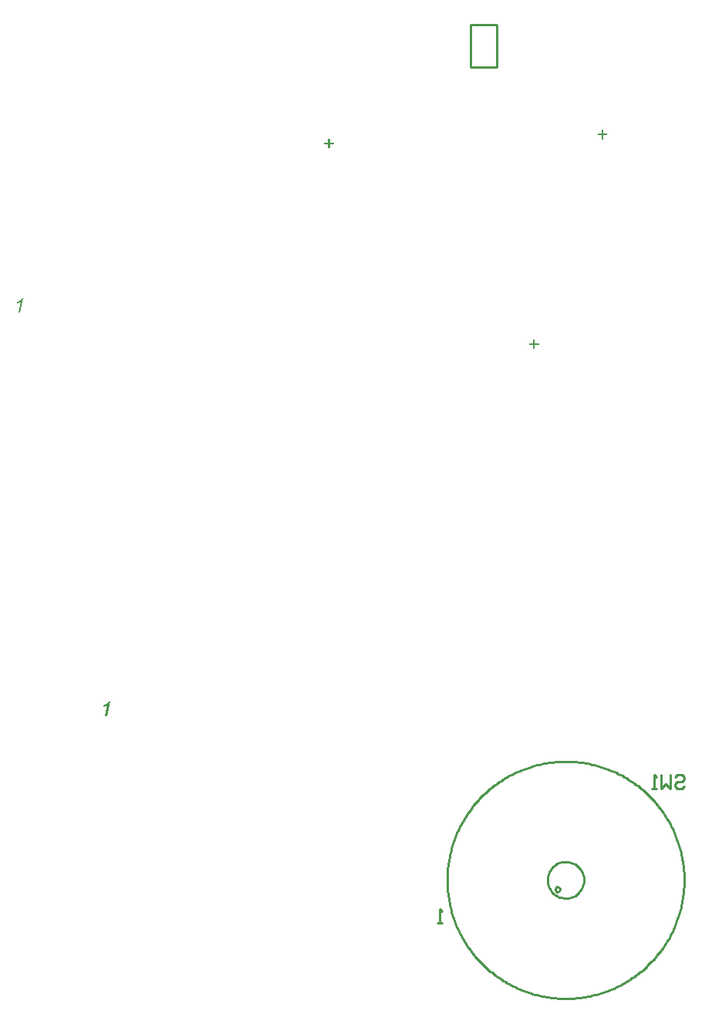
<source format=gbo>
G04*
G04 #@! TF.GenerationSoftware,Altium Limited,CircuitStudio,1.5.2 (30)*
G04*
G04 Layer_Color=13948096*
%FSLAX25Y25*%
%MOIN*%
G70*
G01*
G75*
%ADD29C,0.01000*%
G36*
X59663Y323819D02*
X58890D01*
X59882Y328569D01*
X59873Y328565D01*
X59850Y328546D01*
X59813Y328519D01*
X59763Y328487D01*
X59695Y328442D01*
X59618Y328392D01*
X59522Y328337D01*
X59413Y328278D01*
X59290Y328214D01*
X59154Y328151D01*
X59004Y328082D01*
X58844Y328014D01*
X58667Y327946D01*
X58480Y327882D01*
X58280Y327818D01*
X58066Y327759D01*
X58212Y328464D01*
X58217Y328469D01*
X58239Y328473D01*
X58271Y328487D01*
X58312Y328505D01*
X58367Y328528D01*
X58426Y328555D01*
X58494Y328587D01*
X58576Y328624D01*
X58658Y328665D01*
X58749Y328710D01*
X58844Y328760D01*
X58940Y328815D01*
X59149Y328933D01*
X59359Y329065D01*
X59363Y329070D01*
X59381Y329083D01*
X59413Y329101D01*
X59449Y329129D01*
X59500Y329161D01*
X59554Y329202D01*
X59613Y329242D01*
X59677Y329288D01*
X59813Y329393D01*
X59955Y329502D01*
X60087Y329611D01*
X60150Y329666D01*
X60205Y329720D01*
X60214Y329729D01*
X60232Y329752D01*
X60268Y329788D01*
X60309Y329838D01*
X60360Y329898D01*
X60414Y329971D01*
X60469Y330052D01*
X60528Y330139D01*
X60978D01*
X59663Y323819D01*
D02*
G37*
G36*
X97065Y149606D02*
X96291D01*
X97283Y154357D01*
X97274Y154352D01*
X97251Y154334D01*
X97215Y154306D01*
X97165Y154275D01*
X97097Y154229D01*
X97019Y154179D01*
X96924Y154124D01*
X96815Y154065D01*
X96692Y154002D01*
X96555Y153938D01*
X96405Y153870D01*
X96246Y153801D01*
X96069Y153733D01*
X95882Y153670D01*
X95682Y153606D01*
X95468Y153547D01*
X95613Y154252D01*
X95618Y154256D01*
X95641Y154261D01*
X95673Y154275D01*
X95714Y154293D01*
X95768Y154316D01*
X95827Y154343D01*
X95896Y154375D01*
X95977Y154411D01*
X96059Y154452D01*
X96150Y154498D01*
X96246Y154548D01*
X96342Y154602D01*
X96551Y154720D01*
X96760Y154852D01*
X96765Y154857D01*
X96783Y154871D01*
X96815Y154889D01*
X96851Y154916D01*
X96901Y154948D01*
X96956Y154989D01*
X97015Y155030D01*
X97079Y155075D01*
X97215Y155180D01*
X97356Y155289D01*
X97488Y155398D01*
X97552Y155453D01*
X97606Y155508D01*
X97615Y155517D01*
X97634Y155540D01*
X97670Y155576D01*
X97711Y155626D01*
X97761Y155685D01*
X97816Y155758D01*
X97870Y155840D01*
X97929Y155926D01*
X98380D01*
X97065Y149606D01*
D02*
G37*
G36*
X193388Y397168D02*
X195104D01*
Y396444D01*
X193388D01*
Y394720D01*
X192660D01*
Y396444D01*
X190945D01*
Y397168D01*
X192660D01*
Y398883D01*
X193388D01*
Y397168D01*
D02*
G37*
G36*
X281971Y310554D02*
X283686D01*
Y309830D01*
X281971D01*
Y308106D01*
X281243D01*
Y309830D01*
X279528D01*
Y310554D01*
X281243D01*
Y312269D01*
X281971D01*
Y310554D01*
D02*
G37*
G36*
X311498Y401105D02*
X313214D01*
Y400381D01*
X311498D01*
Y398657D01*
X310771D01*
Y400381D01*
X309055D01*
Y401105D01*
X310771D01*
Y402820D01*
X311498D01*
Y401105D01*
D02*
G37*
D29*
X292894Y74740D02*
X292473Y75614D01*
X291527Y75830D01*
X290768Y75225D01*
Y74255D01*
X291527Y73650D01*
X292473Y73866D01*
X292894Y74740D01*
X346457Y78740D02*
X346447Y79739D01*
X346418Y80737D01*
X346369Y81735D01*
X346301Y82731D01*
X346213Y83726D01*
X346106Y84719D01*
X345980Y85709D01*
X345834Y86697D01*
X345670Y87682D01*
X345485Y88664D01*
X345282Y89642D01*
X345060Y90615D01*
X344819Y91584D01*
X344559Y92549D01*
X344280Y93508D01*
X343983Y94461D01*
X343667Y95408D01*
X343332Y96349D01*
X342979Y97284D01*
X342608Y98211D01*
X342219Y99131D01*
X341813Y100043D01*
X341388Y100947D01*
X340946Y101842D01*
X340487Y102729D01*
X340010Y103607D01*
X339516Y104475D01*
X339006Y105333D01*
X338478Y106181D01*
X337935Y107019D01*
X337375Y107846D01*
X336799Y108662D01*
X336207Y109466D01*
X335600Y110259D01*
X334977Y111040D01*
X334340Y111808D01*
X333687Y112564D01*
X333020Y113307D01*
X332338Y114037D01*
X331642Y114754D01*
X330933Y115456D01*
X330209Y116145D01*
X329473Y116820D01*
X328723Y117480D01*
X327961Y118125D01*
X327186Y118755D01*
X326400Y119370D01*
X325601Y119970D01*
X324791Y120554D01*
X323969Y121122D01*
X323137Y121673D01*
X322294Y122209D01*
X321441Y122728D01*
X320577Y123230D01*
X319704Y123715D01*
X318822Y124183D01*
X317931Y124634D01*
X317031Y125067D01*
X316123Y125483D01*
X315207Y125881D01*
X314284Y126261D01*
X313353Y126622D01*
X312415Y126966D01*
X311471Y127291D01*
X310521Y127598D01*
X309564Y127886D01*
X308603Y128156D01*
X307636Y128406D01*
X306664Y128638D01*
X305689Y128851D01*
X304709Y129044D01*
X303726Y129219D01*
X302739Y129374D01*
X301750Y129510D01*
X300758Y129627D01*
X299764Y129724D01*
X298768Y129802D01*
X297771Y129860D01*
X296774Y129899D01*
X295775Y129919D01*
X294776D01*
X293778Y129899D01*
X292780Y129860D01*
X291783Y129802D01*
X290787Y129724D01*
X289793Y129627D01*
X288802Y129510D01*
X287812Y129374D01*
X286826Y129219D01*
X285842Y129044D01*
X284863Y128851D01*
X283887Y128638D01*
X282915Y128406D01*
X281949Y128156D01*
X280987Y127886D01*
X280031Y127598D01*
X279080Y127291D01*
X278136Y126966D01*
X277198Y126622D01*
X276268Y126261D01*
X275344Y125881D01*
X274428Y125483D01*
X273520Y125067D01*
X272620Y124634D01*
X271729Y124183D01*
X270847Y123715D01*
X269974Y123230D01*
X269111Y122728D01*
X268257Y122209D01*
X267414Y121673D01*
X266582Y121122D01*
X265760Y120554D01*
X264950Y119970D01*
X264152Y119370D01*
X263365Y118755D01*
X262590Y118125D01*
X261828Y117480D01*
X261078Y116820D01*
X260342Y116145D01*
X259619Y115456D01*
X258909Y114754D01*
X258213Y114037D01*
X257532Y113307D01*
X256864Y112564D01*
X256212Y111809D01*
X255574Y111040D01*
X254951Y110259D01*
X254344Y109466D01*
X253752Y108662D01*
X253176Y107846D01*
X252616Y107019D01*
X252073Y106181D01*
X251546Y105333D01*
X251035Y104475D01*
X250541Y103607D01*
X250065Y102729D01*
X249605Y101842D01*
X249163Y100947D01*
X248739Y100043D01*
X248332Y99131D01*
X247943Y98211D01*
X247572Y97284D01*
X247219Y96350D01*
X246885Y95408D01*
X246569Y94461D01*
X246271Y93508D01*
X245992Y92549D01*
X245732Y91584D01*
X245491Y90615D01*
X245269Y89642D01*
X245066Y88664D01*
X244882Y87682D01*
X244717Y86697D01*
X244571Y85709D01*
X244445Y84719D01*
X244338Y83726D01*
X244250Y82731D01*
X244182Y81735D01*
X244133Y80737D01*
X244104Y79739D01*
X244094Y78740D01*
X244104Y77742D01*
X244133Y76743D01*
X244182Y75746D01*
X244250Y74749D01*
X244338Y73755D01*
X244445Y72762D01*
X244571Y71771D01*
X244717Y70783D01*
X244882Y69798D01*
X245066Y68817D01*
X245269Y67839D01*
X245491Y66865D01*
X245732Y65896D01*
X245992Y64932D01*
X246271Y63973D01*
X246569Y63020D01*
X246885Y62072D01*
X247219Y61131D01*
X247572Y60197D01*
X247943Y59269D01*
X248332Y58350D01*
X248738Y57438D01*
X249163Y56534D01*
X249605Y55638D01*
X250064Y54751D01*
X250541Y53874D01*
X251035Y53006D01*
X251545Y52147D01*
X252073Y51299D01*
X252616Y50462D01*
X253176Y49635D01*
X253752Y48819D01*
X254344Y48014D01*
X254951Y47221D01*
X255574Y46441D01*
X256211Y45672D01*
X256864Y44916D01*
X257531Y44173D01*
X258213Y43443D01*
X258909Y42727D01*
X259618Y42024D01*
X260342Y41335D01*
X261078Y40661D01*
X261828Y40001D01*
X262590Y39355D01*
X263365Y38725D01*
X264151Y38110D01*
X264950Y37511D01*
X265760Y36927D01*
X266582Y36359D01*
X267414Y35807D01*
X268257Y35272D01*
X269110Y34753D01*
X269974Y34251D01*
X270847Y33765D01*
X271729Y33297D01*
X272620Y32847D01*
X273520Y32413D01*
X274428Y31997D01*
X275344Y31600D01*
X276267Y31220D01*
X277198Y30858D01*
X278136Y30514D01*
X279080Y30189D01*
X280030Y29882D01*
X280987Y29594D01*
X281948Y29325D01*
X282915Y29074D01*
X283887Y28842D01*
X284862Y28630D01*
X285842Y28436D01*
X286825Y28262D01*
X287812Y28106D01*
X288801Y27970D01*
X289793Y27854D01*
X290787Y27756D01*
X291783Y27678D01*
X292780Y27620D01*
X293778Y27581D01*
X294776Y27562D01*
X295775Y27562D01*
X296773Y27581D01*
X297771Y27620D01*
X298768Y27678D01*
X299764Y27756D01*
X300758Y27854D01*
X301749Y27970D01*
X302739Y28106D01*
X303726Y28261D01*
X304709Y28436D01*
X305689Y28629D01*
X306664Y28842D01*
X307636Y29074D01*
X308602Y29325D01*
X309564Y29594D01*
X310520Y29882D01*
X311471Y30189D01*
X312415Y30514D01*
X313353Y30858D01*
X314283Y31220D01*
X315207Y31600D01*
X316123Y31997D01*
X317031Y32413D01*
X317931Y32846D01*
X318822Y33297D01*
X319704Y33765D01*
X320577Y34250D01*
X321440Y34753D01*
X322294Y35271D01*
X323137Y35807D01*
X323969Y36359D01*
X324791Y36927D01*
X325601Y37510D01*
X326399Y38110D01*
X327186Y38725D01*
X327961Y39355D01*
X328723Y40001D01*
X329473Y40661D01*
X330209Y41335D01*
X330932Y42024D01*
X331642Y42726D01*
X332338Y43443D01*
X333019Y44173D01*
X333687Y44916D01*
X334339Y45672D01*
X334977Y46440D01*
X335600Y47221D01*
X336207Y48014D01*
X336799Y48818D01*
X337375Y49634D01*
X337935Y50461D01*
X338478Y51299D01*
X339006Y52147D01*
X339516Y53005D01*
X340010Y53873D01*
X340487Y54751D01*
X340946Y55638D01*
X341388Y56533D01*
X341813Y57437D01*
X342219Y58349D01*
X342608Y59269D01*
X342979Y60196D01*
X343332Y61131D01*
X343666Y62072D01*
X343982Y63019D01*
X344280Y63973D01*
X344559Y64931D01*
X344819Y65896D01*
X345060Y66865D01*
X345282Y67838D01*
X345485Y68816D01*
X345669Y69798D01*
X345834Y70783D01*
X345980Y71771D01*
X346106Y72761D01*
X346213Y73754D01*
X346301Y74749D01*
X346369Y75745D01*
X346418Y76743D01*
X346447Y77741D01*
X346457Y78740D01*
X303150Y78740D02*
X303085Y79747D01*
X302892Y80737D01*
X302574Y81695D01*
X302136Y82604D01*
X301586Y83450D01*
X300932Y84218D01*
X300185Y84896D01*
X299357Y85474D01*
X298463Y85940D01*
X297516Y86289D01*
X296532Y86513D01*
X295528Y86610D01*
X294519Y86578D01*
X293524Y86417D01*
X292556Y86130D01*
X291634Y85721D01*
X290771Y85198D01*
X289982Y84569D01*
X289280Y83844D01*
X288677Y83036D01*
X288181Y82157D01*
X287803Y81221D01*
X287547Y80245D01*
X287418Y79245D01*
Y78236D01*
X287547Y77235D01*
X287803Y76259D01*
X288181Y75324D01*
X288677Y74445D01*
X289280Y73636D01*
X289982Y72911D01*
X290771Y72282D01*
X291634Y71759D01*
X292556Y71351D01*
X293524Y71064D01*
X294519Y70903D01*
X295528Y70870D01*
X296532Y70967D01*
X297516Y71192D01*
X298463Y71540D01*
X299357Y72007D01*
X300185Y72584D01*
X300932Y73262D01*
X301586Y74031D01*
X302136Y74876D01*
X302574Y75785D01*
X302892Y76743D01*
X303085Y77733D01*
X303150Y78740D01*
X254331Y429921D02*
X265354D01*
Y448032D01*
X254331D02*
X265354D01*
X254331Y429921D02*
Y448032D01*
X342458Y123109D02*
X343458Y124108D01*
X345457D01*
X346457Y123109D01*
Y122109D01*
X345457Y121109D01*
X343458D01*
X342458Y120110D01*
Y119110D01*
X343458Y118110D01*
X345457D01*
X346457Y119110D01*
X340459Y124108D02*
Y118110D01*
X338459Y120110D01*
X336460Y118110D01*
Y124108D01*
X334461Y118110D02*
X332461D01*
X333461D01*
Y124108D01*
X334461Y123109D01*
X241776Y60240D02*
X239776D01*
X240776D01*
Y66238D01*
X241776Y65238D01*
M02*

</source>
